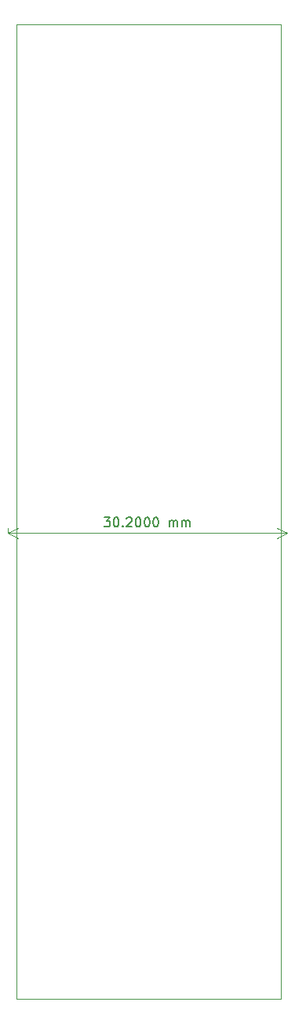
<source format=gbr>
%TF.GenerationSoftware,KiCad,Pcbnew,7.0.5*%
%TF.CreationDate,2023-09-13T13:06:11-07:00*%
%TF.ProjectId,16Bars,31364261-7273-42e6-9b69-6361645f7063,rev?*%
%TF.SameCoordinates,Original*%
%TF.FileFunction,Profile,NP*%
%FSLAX46Y46*%
G04 Gerber Fmt 4.6, Leading zero omitted, Abs format (unit mm)*
G04 Created by KiCad (PCBNEW 7.0.5) date 2023-09-13 13:06:11*
%MOMM*%
%LPD*%
G01*
G04 APERTURE LIST*
%ADD10C,0.150000*%
%TA.AperFunction,Profile*%
%ADD11C,0.100000*%
%TD*%
G04 APERTURE END LIST*
D10*
X65933334Y-88104819D02*
X66552381Y-88104819D01*
X66552381Y-88104819D02*
X66219048Y-88485771D01*
X66219048Y-88485771D02*
X66361905Y-88485771D01*
X66361905Y-88485771D02*
X66457143Y-88533390D01*
X66457143Y-88533390D02*
X66504762Y-88581009D01*
X66504762Y-88581009D02*
X66552381Y-88676247D01*
X66552381Y-88676247D02*
X66552381Y-88914342D01*
X66552381Y-88914342D02*
X66504762Y-89009580D01*
X66504762Y-89009580D02*
X66457143Y-89057200D01*
X66457143Y-89057200D02*
X66361905Y-89104819D01*
X66361905Y-89104819D02*
X66076191Y-89104819D01*
X66076191Y-89104819D02*
X65980953Y-89057200D01*
X65980953Y-89057200D02*
X65933334Y-89009580D01*
X67171429Y-88104819D02*
X67266667Y-88104819D01*
X67266667Y-88104819D02*
X67361905Y-88152438D01*
X67361905Y-88152438D02*
X67409524Y-88200057D01*
X67409524Y-88200057D02*
X67457143Y-88295295D01*
X67457143Y-88295295D02*
X67504762Y-88485771D01*
X67504762Y-88485771D02*
X67504762Y-88723866D01*
X67504762Y-88723866D02*
X67457143Y-88914342D01*
X67457143Y-88914342D02*
X67409524Y-89009580D01*
X67409524Y-89009580D02*
X67361905Y-89057200D01*
X67361905Y-89057200D02*
X67266667Y-89104819D01*
X67266667Y-89104819D02*
X67171429Y-89104819D01*
X67171429Y-89104819D02*
X67076191Y-89057200D01*
X67076191Y-89057200D02*
X67028572Y-89009580D01*
X67028572Y-89009580D02*
X66980953Y-88914342D01*
X66980953Y-88914342D02*
X66933334Y-88723866D01*
X66933334Y-88723866D02*
X66933334Y-88485771D01*
X66933334Y-88485771D02*
X66980953Y-88295295D01*
X66980953Y-88295295D02*
X67028572Y-88200057D01*
X67028572Y-88200057D02*
X67076191Y-88152438D01*
X67076191Y-88152438D02*
X67171429Y-88104819D01*
X67933334Y-89009580D02*
X67980953Y-89057200D01*
X67980953Y-89057200D02*
X67933334Y-89104819D01*
X67933334Y-89104819D02*
X67885715Y-89057200D01*
X67885715Y-89057200D02*
X67933334Y-89009580D01*
X67933334Y-89009580D02*
X67933334Y-89104819D01*
X68361905Y-88200057D02*
X68409524Y-88152438D01*
X68409524Y-88152438D02*
X68504762Y-88104819D01*
X68504762Y-88104819D02*
X68742857Y-88104819D01*
X68742857Y-88104819D02*
X68838095Y-88152438D01*
X68838095Y-88152438D02*
X68885714Y-88200057D01*
X68885714Y-88200057D02*
X68933333Y-88295295D01*
X68933333Y-88295295D02*
X68933333Y-88390533D01*
X68933333Y-88390533D02*
X68885714Y-88533390D01*
X68885714Y-88533390D02*
X68314286Y-89104819D01*
X68314286Y-89104819D02*
X68933333Y-89104819D01*
X69552381Y-88104819D02*
X69647619Y-88104819D01*
X69647619Y-88104819D02*
X69742857Y-88152438D01*
X69742857Y-88152438D02*
X69790476Y-88200057D01*
X69790476Y-88200057D02*
X69838095Y-88295295D01*
X69838095Y-88295295D02*
X69885714Y-88485771D01*
X69885714Y-88485771D02*
X69885714Y-88723866D01*
X69885714Y-88723866D02*
X69838095Y-88914342D01*
X69838095Y-88914342D02*
X69790476Y-89009580D01*
X69790476Y-89009580D02*
X69742857Y-89057200D01*
X69742857Y-89057200D02*
X69647619Y-89104819D01*
X69647619Y-89104819D02*
X69552381Y-89104819D01*
X69552381Y-89104819D02*
X69457143Y-89057200D01*
X69457143Y-89057200D02*
X69409524Y-89009580D01*
X69409524Y-89009580D02*
X69361905Y-88914342D01*
X69361905Y-88914342D02*
X69314286Y-88723866D01*
X69314286Y-88723866D02*
X69314286Y-88485771D01*
X69314286Y-88485771D02*
X69361905Y-88295295D01*
X69361905Y-88295295D02*
X69409524Y-88200057D01*
X69409524Y-88200057D02*
X69457143Y-88152438D01*
X69457143Y-88152438D02*
X69552381Y-88104819D01*
X70504762Y-88104819D02*
X70600000Y-88104819D01*
X70600000Y-88104819D02*
X70695238Y-88152438D01*
X70695238Y-88152438D02*
X70742857Y-88200057D01*
X70742857Y-88200057D02*
X70790476Y-88295295D01*
X70790476Y-88295295D02*
X70838095Y-88485771D01*
X70838095Y-88485771D02*
X70838095Y-88723866D01*
X70838095Y-88723866D02*
X70790476Y-88914342D01*
X70790476Y-88914342D02*
X70742857Y-89009580D01*
X70742857Y-89009580D02*
X70695238Y-89057200D01*
X70695238Y-89057200D02*
X70600000Y-89104819D01*
X70600000Y-89104819D02*
X70504762Y-89104819D01*
X70504762Y-89104819D02*
X70409524Y-89057200D01*
X70409524Y-89057200D02*
X70361905Y-89009580D01*
X70361905Y-89009580D02*
X70314286Y-88914342D01*
X70314286Y-88914342D02*
X70266667Y-88723866D01*
X70266667Y-88723866D02*
X70266667Y-88485771D01*
X70266667Y-88485771D02*
X70314286Y-88295295D01*
X70314286Y-88295295D02*
X70361905Y-88200057D01*
X70361905Y-88200057D02*
X70409524Y-88152438D01*
X70409524Y-88152438D02*
X70504762Y-88104819D01*
X71457143Y-88104819D02*
X71552381Y-88104819D01*
X71552381Y-88104819D02*
X71647619Y-88152438D01*
X71647619Y-88152438D02*
X71695238Y-88200057D01*
X71695238Y-88200057D02*
X71742857Y-88295295D01*
X71742857Y-88295295D02*
X71790476Y-88485771D01*
X71790476Y-88485771D02*
X71790476Y-88723866D01*
X71790476Y-88723866D02*
X71742857Y-88914342D01*
X71742857Y-88914342D02*
X71695238Y-89009580D01*
X71695238Y-89009580D02*
X71647619Y-89057200D01*
X71647619Y-89057200D02*
X71552381Y-89104819D01*
X71552381Y-89104819D02*
X71457143Y-89104819D01*
X71457143Y-89104819D02*
X71361905Y-89057200D01*
X71361905Y-89057200D02*
X71314286Y-89009580D01*
X71314286Y-89009580D02*
X71266667Y-88914342D01*
X71266667Y-88914342D02*
X71219048Y-88723866D01*
X71219048Y-88723866D02*
X71219048Y-88485771D01*
X71219048Y-88485771D02*
X71266667Y-88295295D01*
X71266667Y-88295295D02*
X71314286Y-88200057D01*
X71314286Y-88200057D02*
X71361905Y-88152438D01*
X71361905Y-88152438D02*
X71457143Y-88104819D01*
X72980953Y-89104819D02*
X72980953Y-88438152D01*
X72980953Y-88533390D02*
X73028572Y-88485771D01*
X73028572Y-88485771D02*
X73123810Y-88438152D01*
X73123810Y-88438152D02*
X73266667Y-88438152D01*
X73266667Y-88438152D02*
X73361905Y-88485771D01*
X73361905Y-88485771D02*
X73409524Y-88581009D01*
X73409524Y-88581009D02*
X73409524Y-89104819D01*
X73409524Y-88581009D02*
X73457143Y-88485771D01*
X73457143Y-88485771D02*
X73552381Y-88438152D01*
X73552381Y-88438152D02*
X73695238Y-88438152D01*
X73695238Y-88438152D02*
X73790477Y-88485771D01*
X73790477Y-88485771D02*
X73838096Y-88581009D01*
X73838096Y-88581009D02*
X73838096Y-89104819D01*
X74314286Y-89104819D02*
X74314286Y-88438152D01*
X74314286Y-88533390D02*
X74361905Y-88485771D01*
X74361905Y-88485771D02*
X74457143Y-88438152D01*
X74457143Y-88438152D02*
X74600000Y-88438152D01*
X74600000Y-88438152D02*
X74695238Y-88485771D01*
X74695238Y-88485771D02*
X74742857Y-88581009D01*
X74742857Y-88581009D02*
X74742857Y-89104819D01*
X74742857Y-88581009D02*
X74790476Y-88485771D01*
X74790476Y-88485771D02*
X74885714Y-88438152D01*
X74885714Y-88438152D02*
X75028571Y-88438152D01*
X75028571Y-88438152D02*
X75123810Y-88485771D01*
X75123810Y-88485771D02*
X75171429Y-88581009D01*
X75171429Y-88581009D02*
X75171429Y-89104819D01*
D11*
X85700000Y-89800000D02*
X85700000Y-89800000D01*
X55500000Y-89213580D02*
X55500000Y-89800000D01*
X85700000Y-89800000D02*
X55500000Y-89800000D01*
X85700000Y-89800000D02*
X55500000Y-89800000D01*
X85700000Y-89800000D02*
X84573496Y-90386421D01*
X85700000Y-89800000D02*
X84573496Y-89213579D01*
X55500000Y-89800000D02*
X56626504Y-89213579D01*
X55500000Y-89800000D02*
X56626504Y-90386421D01*
X56500000Y-140000000D02*
X85000000Y-140000000D01*
X56500000Y-35000000D02*
X85000000Y-35000000D01*
X56500000Y-35000000D02*
X56500000Y-140000000D01*
X85000000Y-35000000D02*
X85000000Y-140000000D01*
M02*

</source>
